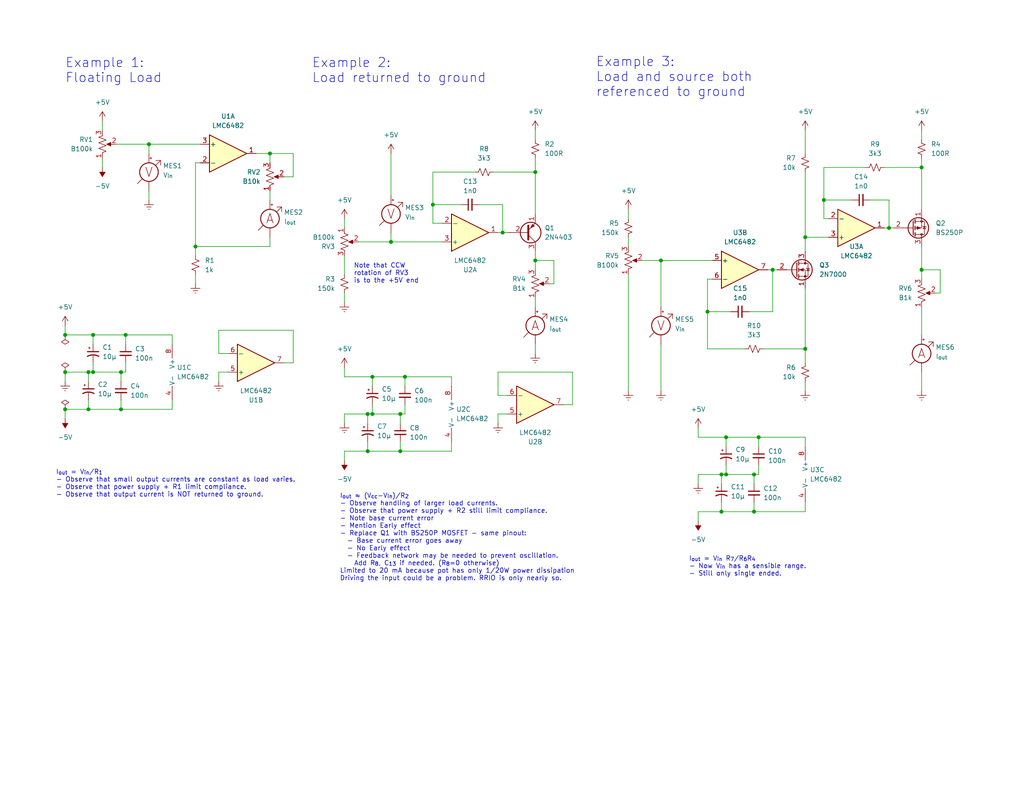
<source format=kicad_sch>
(kicad_sch (version 20230121) (generator eeschema)
  (paper "A")
  (title_block (title "Transconductance Amplifier Examples, part 1") (date "2026-02-16") (rev "E") (company "Kluidges from Kevin's Cave") (comment 1 "Episode 14 - Transcomductance Amplifiers 1") (comment 2 "Op-Amp Basics"))
  (lib_symbols
    (symbol "Amplifier_Operational:LMC6482" (pin_names (offset 0.127))
      (property "Reference" "U" (at 0 5.08 0))
      (property "Value" "LMC6482" (at 0 -5.08 0))
      (symbol "LMC6482_1_1"
        (polyline (pts (xy -5.08 5.08) (xy 5.08 0) (xy -5.08 -5.08) (xy -5.08 5.08)) (stroke (width 0.254)) (fill (type background)))
        (pin output line (at 7.62 0 180) (length 2.54) (name "~") (number "1"))
        (pin input line (at -7.62 -2.54 0) (length 2.54) (name "-") (number "2"))
        (pin input line (at -7.62 2.54 0) (length 2.54) (name "+") (number "3"))
      )
      (symbol "LMC6482_2_1"
        (polyline (pts (xy -5.08 5.08) (xy 5.08 0) (xy -5.08 -5.08) (xy -5.08 5.08)) (stroke (width 0.254)) (fill (type background)))
        (pin input line (at -7.62 2.54 0) (length 2.54) (name "+") (number "5"))
        (pin input line (at -7.62 -2.54 0) (length 2.54) (name "-") (number "6"))
        (pin output line (at 7.62 0 180) (length 2.54) (name "~") (number "7"))
      )
      (symbol "LMC6482_3_1"
        (pin power_in line (at -2.54 -7.62 90) (length 3.81) (name "V-") (number "4"))
        (pin power_in line (at -2.54 7.62 270) (length 3.81) (name "V+") (number "8"))
      )
    )
    (symbol "Device:Ammeter_DC" (pin_numbers hide) (pin_names (offset 0.0254) hide)
      (property "Reference" "MES" (at -3.302 1.016 0))
      (property "Value" "Ammeter_DC" (at -3.302 -0.762 0))
      (symbol "Ammeter_DC_0_0"
        (polyline (pts (xy -3.175 -3.175) (xy -1.905 -1.905)))
        (polyline (pts (xy 1.905 1.905) (xy 3.175 3.175)))
        (polyline (pts (xy 1.905 3.175) (xy 3.175 3.175) (xy 3.175 1.905)))
        (text "A" (at 0 0 0) (effects (font (size 2.54 2.54))))
      )
      (symbol "Ammeter_DC_0_1"
        (polyline (pts (xy 0.254 3.81) (xy 0.762 3.81)))
        (polyline (pts (xy 0.508 4.064) (xy 0.508 3.556)))
        (circle (center 0 0) (radius 2.54) (stroke (width 0.254)))
      )
      (symbol "Ammeter_DC_1_1"
        (pin passive line (at 0 -5.08 90) (length 2.54) (name "-") (number "1"))
        (pin passive line (at 0 5.08 270) (length 2.54) (name "+") (number "2"))
      )
    )
    (symbol "Device:C_Polarized_Small_US" (pin_numbers hide) (pin_names (offset 0.254) hide)
      (property "Reference" "C" (at 0.254 1.778 0))
      (property "Value" "C_Polarized_Small_US" (at 0.254 -2.032 0))
      (symbol "C_Polarized_Small_US_0_1"
        (polyline (pts (xy -1.524 0.508) (xy 1.524 0.508)) (stroke (width 0.3048)))
        (polyline (pts (xy -1.27 1.524) (xy -0.762 1.524)))
        (polyline (pts (xy -1.016 1.27) (xy -1.016 1.778)))
        (arc (start 1.524 -0.762) (mid 0 -0.3734) (end -1.524 -0.762) (stroke (width 0.3048)))
      )
      (symbol "C_Polarized_Small_US_1_1"
        (pin passive line (at 0 2.54 270) (length 2.032) (name "~") (number "1"))
        (pin passive line (at 0 -2.54 90) (length 2.032) (name "~") (number "2"))
      )
    )
    (symbol "Device:C_Small" (pin_numbers hide) (pin_names (offset 0.254) hide)
      (property "Reference" "C" (at 0.254 1.778 0))
      (property "Value" "C_Small" (at 0.254 -2.032 0))
      (symbol "C_Small_0_1"
        (polyline (pts (xy -1.524 -0.508) (xy 1.524 -0.508)) (stroke (width 0.3302)))
        (polyline (pts (xy -1.524 0.508) (xy 1.524 0.508)) (stroke (width 0.3048)))
      )
      (symbol "C_Small_1_1"
        (pin passive line (at 0 2.54 270) (length 2.032) (name "~") (number "1"))
        (pin passive line (at 0 -2.54 90) (length 2.032) (name "~") (number "2"))
      )
    )
    (symbol "Device:Q_PMOS_SGD" (pin_names (offset 0) hide)
      (property "Reference" "Q" (at 5.08 1.27 0))
      (property "Value" "Q_PMOS_SGD" (at 5.08 -1.27 0))
      (symbol "Q_PMOS_SGD_0_1"
        (polyline (pts (xy 0.254 0) (xy -2.54 0)))
        (polyline (pts (xy 0.254 1.905) (xy 0.254 -1.905)) (stroke (width 0.254)))
        (polyline (pts (xy 0.762 -1.27) (xy 0.762 -2.286)) (stroke (width 0.254)))
        (polyline (pts (xy 0.762 0.508) (xy 0.762 -0.508)) (stroke (width 0.254)))
        (polyline (pts (xy 0.762 2.286) (xy 0.762 1.27)) (stroke (width 0.254)))
        (polyline (pts (xy 2.54 2.54) (xy 2.54 1.778)))
        (polyline (pts (xy 2.54 -2.54) (xy 2.54 0) (xy 0.762 0)))
        (polyline (pts (xy 0.762 1.778) (xy 3.302 1.778) (xy 3.302 -1.778) (xy 0.762 -1.778)))
        (polyline (pts (xy 2.286 0) (xy 1.27 0.381) (xy 1.27 -0.381) (xy 2.286 0)) (fill (type outline)))
        (polyline (pts (xy 2.794 -0.508) (xy 2.921 -0.381) (xy 3.683 -0.381) (xy 3.81 -0.254)))
        (polyline (pts (xy 3.302 -0.381) (xy 2.921 0.254) (xy 3.683 0.254) (xy 3.302 -0.381)))
        (circle (center 1.651 0) (radius 2.794) (stroke (width 0.254)))
        (circle (center 2.54 -1.778) (radius 0.254) (fill (type outline)))
        (circle (center 2.54 1.778) (radius 0.254) (fill (type outline)))
      )
      (symbol "Q_PMOS_SGD_1_1"
        (pin passive line (at 2.54 -5.08 90) (length 2.54) (name "S") (number "1"))
        (pin input line (at -5.08 0 0) (length 2.54) (name "G") (number "2"))
        (pin passive line (at 2.54 5.08 270) (length 2.54) (name "D") (number "3"))
      )
    )
    (symbol "Device:Q_PNP_EBC" (pin_names (offset 0) hide)
      (property "Reference" "Q" (at 5.08 1.27 0))
      (property "Value" "Q_PNP_EBC" (at 5.08 -1.27 0))
      (symbol "Q_PNP_EBC_0_1"
        (polyline (pts (xy 0.635 0.635) (xy 2.54 2.54)))
        (polyline (pts (xy 0.635 -0.635) (xy 2.54 -2.54) (xy 2.54 -2.54)))
        (polyline (pts (xy 0.635 1.905) (xy 0.635 -1.905) (xy 0.635 -1.905)) (stroke (width 0.508)))
        (polyline (pts (xy 2.286 -1.778) (xy 1.778 -2.286) (xy 1.27 -1.27) (xy 2.286 -1.778) (xy 2.286 -1.778)) (fill (type outline)))
        (circle (center 1.27 0) (radius 2.8194) (stroke (width 0.254)))
      )
      (symbol "Q_PNP_EBC_1_1"
        (pin passive line (at 2.54 -5.08 90) (length 2.54) (name "E") (number "1"))
        (pin input line (at -5.08 0 0) (length 5.715) (name "B") (number "2"))
        (pin passive line (at 2.54 5.08 270) (length 2.54) (name "C") (number "3"))
      )
    )
    (symbol "Device:R_Potentiometer_US" (pin_names (offset 1.016) hide)
      (property "Reference" "RV" (at -4.445 0 90))
      (property "Value" "R_Potentiometer_US" (at -2.54 0 90))
      (symbol "R_Potentiometer_US_0_1"
        (polyline (pts (xy 0 -2.286) (xy 0 -2.54)))
        (polyline (pts (xy 0 2.54) (xy 0 2.286)))
        (polyline (pts (xy 2.54 0) (xy 1.524 0)))
        (polyline (pts (xy 1.143 0) (xy 2.286 0.508) (xy 2.286 -0.508) (xy 1.143 0)) (fill (type outline)))
        (polyline (pts (xy 0 -0.762) (xy 1.016 -1.143) (xy 0 -1.524) (xy -1.016 -1.905) (xy 0 -2.286)))
        (polyline (pts (xy 0 0.762) (xy 1.016 0.381) (xy 0 0) (xy -1.016 -0.381) (xy 0 -0.762)))
        (polyline (pts (xy 0 2.286) (xy 1.016 1.905) (xy 0 1.524) (xy -1.016 1.143) (xy 0 0.762)))
      )
      (symbol "R_Potentiometer_US_1_1"
        (pin passive line (at 0 3.81 270) (length 1.27) (name "1") (number "1"))
        (pin passive line (at 3.81 0 180) (length 1.27) (name "2") (number "2"))
        (pin passive line (at 0 -3.81 90) (length 1.27) (name "3") (number "3"))
      )
    )
    (symbol "Device:R_Small_US" (pin_numbers hide) (pin_names (offset 0.254) hide)
      (property "Reference" "R" (at 0.762 0.508 0))
      (property "Value" "R_Small_US" (at 0.762 -1.016 0))
      (symbol "R_Small_US_1_1"
        (polyline (pts (xy 0 0) (xy 1.016 -0.381) (xy 0 -0.762) (xy -1.016 -1.143) (xy 0 -1.524)))
        (polyline (pts (xy 0 1.524) (xy 1.016 1.143) (xy 0 0.762) (xy -1.016 0.381) (xy 0 0)))
        (pin passive line (at 0 2.54 270) (length 1.016) (name "~") (number "1"))
        (pin passive line (at 0 -2.54 90) (length 1.016) (name "~") (number "2"))
      )
    )
    (symbol "Device:Voltmeter_DC" (pin_numbers hide) (pin_names (offset 0.0254) hide)
      (property "Reference" "MES" (at -3.302 1.016 0))
      (property "Value" "Voltmeter_DC" (at -3.302 -0.762 0))
      (symbol "Voltmeter_DC_0_0"
        (polyline (pts (xy -3.175 -3.175) (xy -1.905 -1.905)))
        (polyline (pts (xy 1.905 1.905) (xy 3.175 3.175)))
        (polyline (pts (xy 1.905 3.175) (xy 3.175 3.175) (xy 3.175 1.905)))
        (text "V" (at 0 0 0) (effects (font (size 2.54 2.54))))
      )
      (symbol "Voltmeter_DC_0_1"
        (polyline (pts (xy 0.254 3.81) (xy 0.762 3.81)))
        (polyline (pts (xy 0.508 4.064) (xy 0.508 3.556)))
        (circle (center 0 0) (radius 2.54) (stroke (width 0.254)))
      )
      (symbol "Voltmeter_DC_1_1"
        (pin passive line (at 0 -5.08 90) (length 2.54) (name "-") (number "1"))
        (pin passive line (at 0 5.08 270) (length 2.54) (name "+") (number "2"))
      )
    )
    (symbol "Transistor_FET:2N7000" (pin_names hide)
      (property "Reference" "Q" (at 5.08 1.905 0))
      (property "Value" "2N7000" (at 5.08 0 0))
      (symbol "2N7000_0_1"
        (polyline (pts (xy 0.254 0) (xy -2.54 0)))
        (polyline (pts (xy 0.254 1.905) (xy 0.254 -1.905)) (stroke (width 0.254)))
        (polyline (pts (xy 0.762 -1.27) (xy 0.762 -2.286)) (stroke (width 0.254)))
        (polyline (pts (xy 0.762 0.508) (xy 0.762 -0.508)) (stroke (width 0.254)))
        (polyline (pts (xy 0.762 2.286) (xy 0.762 1.27)) (stroke (width 0.254)))
        (polyline (pts (xy 2.54 2.54) (xy 2.54 1.778)))
        (polyline (pts (xy 2.54 -2.54) (xy 2.54 0) (xy 0.762 0)))
        (polyline (pts (xy 0.762 -1.778) (xy 3.302 -1.778) (xy 3.302 1.778) (xy 0.762 1.778)))
        (polyline (pts (xy 1.016 0) (xy 2.032 0.381) (xy 2.032 -0.381) (xy 1.016 0)) (fill (type outline)))
        (polyline (pts (xy 2.794 0.508) (xy 2.921 0.381) (xy 3.683 0.381) (xy 3.81 0.254)))
        (polyline (pts (xy 3.302 0.381) (xy 2.921 -0.254) (xy 3.683 -0.254) (xy 3.302 0.381)))
        (circle (center 1.651 0) (radius 2.794) (stroke (width 0.254)))
        (circle (center 2.54 -1.778) (radius 0.254) (fill (type outline)))
        (circle (center 2.54 1.778) (radius 0.254) (fill (type outline)))
      )
      (symbol "2N7000_1_1"
        (pin passive line (at 2.54 -5.08 90) (length 2.54) (name "S") (number "1"))
        (pin input line (at -5.08 0 0) (length 2.54) (name "G") (number "2"))
        (pin passive line (at 2.54 5.08 270) (length 2.54) (name "D") (number "3"))
      )
    )
    (symbol "power:+5V" (power) (pin_names (offset 0))
      (property "Value" "+5V" (at 0 3.556 0))
      (symbol "+5V_0_1"
        (polyline (pts (xy -0.762 1.27) (xy 0 2.54)))
        (polyline (pts (xy 0 0) (xy 0 2.54)))
        (polyline (pts (xy 0 2.54) (xy 0.762 1.27)))
      )
      (symbol "+5V_1_1"
        (pin power_in line (at 0 0 90) (length 0) hide (name "+5V") (number "1"))
      )
    )
    (symbol "power:-5V" (power) (pin_names (offset 0))
      (property "Value" "-5V" (at 0 3.81 0))
      (symbol "-5V_0_0"
        (pin power_in line (at 0 0 90) (length 0) hide (name "-5V") (number "1"))
      )
      (symbol "-5V_0_1"
        (polyline (pts (xy 0 0) (xy 0 1.27) (xy 0.762 1.27) (xy 0 2.54) (xy -0.762 1.27) (xy 0 1.27)) (fill (type outline)))
      )
    )
    (symbol "power:Earth" (power) (pin_names (offset 0))
      (symbol "Earth_0_1"
        (polyline (pts (xy -0.635 -1.905) (xy 0.635 -1.905)))
        (polyline (pts (xy -0.127 -2.54) (xy 0.127 -2.54)))
        (polyline (pts (xy 0 -1.27) (xy 0 0)))
        (polyline (pts (xy 1.27 -1.27) (xy -1.27 -1.27)))
      )
      (symbol "Earth_1_1"
        (pin power_in line (at 0 0 270) (length 0) hide (name "Earth") (number "1"))
      )
    )
    (symbol "power:PWR_FLAG" (power) (pin_numbers hide) (pin_names (offset 0) hide)
      (property "Value" "PWR_FLAG" (at 0 3.81 0))
      (symbol "PWR_FLAG_0_0"
        (pin power_out line (at 0 0 90) (length 0) (name "pwr") (number "1"))
      )
      (symbol "PWR_FLAG_0_1"
        (polyline (pts (xy 0 0) (xy 0 1.27) (xy -1.016 1.905) (xy 0 2.54) (xy 1.016 1.905) (xy 0 1.27)))
      )
    )
  )
  (junction (at 33.02 101.6))
  (junction (at 100.33 123.19))
  (junction (at 205.74 139.7))
  (junction (at 118.11 55.88))
  (junction (at 17.78 101.6))
  (junction (at 251.46 73.66))
  (junction (at 109.22 113.03))
  (junction (at 101.6 102.87))
  (junction (at 198.12 129.54))
  (junction (at 196.85 129.54))
  (junction (at 180.34 71.12))
  (junction (at 146.05 46.99))
  (junction (at 205.74 129.54))
  (junction (at 53.34 67.31))
  (junction (at 251.46 45.72))
  (junction (at 196.85 139.7))
  (junction (at 219.71 95.25))
  (junction (at 198.12 119.38))
  (junction (at 24.13 101.6))
  (junction (at 73.66 41.91))
  (junction (at 24.13 111.76))
  (junction (at 33.02 111.76))
  (junction (at 193.04 85.09))
  (junction (at 17.78 111.76))
  (junction (at 110.49 102.87))
  (junction (at 109.22 123.19))
  (junction (at 106.68 66.04))
  (junction (at 25.4 101.6))
  (junction (at 146.05 71.12))
  (junction (at 40.64 39.37))
  (junction (at 100.33 113.03))
  (junction (at 137.16 63.5))
  (junction (at 101.6 113.03))
  (junction (at 210.82 73.66))
  (junction (at 224.79 54.61))
  (junction (at 17.78 91.44))
  (junction (at 34.29 91.44))
  (junction (at 242.57 62.23))
  (junction (at 25.4 91.44))
  (junction (at 219.71 64.77))
  (junction (at 207.01 119.38))
  (wire (pts (xy 224.79 59.69) (xy 224.79 54.61)))
  (wire (pts (xy 251.46 43.18) (xy 251.46 45.72)))
  (wire (pts (xy 101.6 113.03) (xy 100.33 113.03)))
  (wire (pts (xy 138.43 107.95) (xy 135.89 107.95)))
  (wire (pts (xy 138.43 113.03) (xy 135.89 113.03)))
  (wire (pts (xy 224.79 54.61) (xy 224.79 45.72)))
  (wire (pts (xy 241.3 45.72) (xy 251.46 45.72)))
  (wire (pts (xy 180.34 71.12) (xy 194.31 71.12)))
  (wire (pts (xy 123.19 120.65) (xy 123.19 123.19)))
  (wire (pts (xy 93.98 113.03) (xy 100.33 113.03)))
  (wire (pts (xy 135.89 63.5) (xy 137.16 63.5)))
  (wire (pts (xy 46.99 91.44) (xy 34.29 91.44)))
  (wire (pts (xy 46.99 93.98) (xy 46.99 91.44)))
  (wire (pts (xy 109.22 115.57) (xy 109.22 113.03)))
  (wire (pts (xy 210.82 73.66) (xy 212.09 73.66)))
  (wire (pts (xy 208.28 95.25) (xy 219.71 95.25)))
  (wire (pts (xy 93.98 80.01) (xy 93.98 82.55)))
  (wire (pts (xy 73.66 52.07) (xy 73.66 54.61)))
  (wire (pts (xy 53.34 44.45) (xy 54.61 44.45)))
  (wire (pts (xy 34.29 101.6) (xy 33.02 101.6)))
  (wire (pts (xy 190.5 132.08) (xy 190.5 129.54)))
  (wire (pts (xy 146.05 46.99) (xy 146.05 58.42)))
  (wire (pts (xy 101.6 110.49) (xy 101.6 113.03)))
  (wire (pts (xy 73.66 41.91) (xy 73.66 44.45)))
  (wire (pts (xy 207.01 127) (xy 207.01 129.54)))
  (wire (pts (xy 93.98 59.69) (xy 93.98 62.23)))
  (wire (pts (xy 118.11 60.96) (xy 118.11 55.88)))
  (wire (pts (xy 219.71 78.74) (xy 219.71 95.25)))
  (wire (pts (xy 219.71 104.14) (xy 219.71 106.68)))
  (wire (pts (xy 190.5 116.84) (xy 190.5 119.38)))
  (wire (pts (xy 59.69 101.6) (xy 59.69 104.14)))
  (wire (pts (xy 110.49 102.87) (xy 101.6 102.87)))
  (wire (pts (xy 256.54 80.01) (xy 256.54 73.66)))
  (wire (pts (xy 251.46 101.6) (xy 251.46 106.68)))
  (wire (pts (xy 196.85 137.16) (xy 196.85 139.7)))
  (wire (pts (xy 17.78 104.14) (xy 17.78 101.6)))
  (wire (pts (xy 190.5 119.38) (xy 198.12 119.38)))
  (wire (pts (xy 255.27 80.01) (xy 256.54 80.01)))
  (wire (pts (xy 17.78 111.76) (xy 24.13 111.76)))
  (wire (pts (xy 251.46 73.66) (xy 251.46 76.2)))
  (wire (pts (xy 109.22 123.19) (xy 100.33 123.19)))
  (wire (pts (xy 204.47 85.09) (xy 210.82 85.09)))
  (wire (pts (xy 198.12 127) (xy 198.12 129.54)))
  (wire (pts (xy 40.64 39.37) (xy 40.64 41.91)))
  (wire (pts (xy 146.05 35.56) (xy 146.05 38.1)))
  (wire (pts (xy 134.62 46.99) (xy 146.05 46.99)))
  (wire (pts (xy 53.34 74.93) (xy 53.34 77.47)))
  (wire (pts (xy 193.04 95.25) (xy 203.2 95.25)))
  (wire (pts (xy 251.46 83.82) (xy 251.46 91.44)))
  (wire (pts (xy 46.99 109.22) (xy 46.99 111.76)))
  (wire (pts (xy 207.01 129.54) (xy 205.74 129.54)))
  (wire (pts (xy 59.69 90.17) (xy 80.01 90.17)))
  (wire (pts (xy 62.23 96.52) (xy 59.69 96.52)))
  (wire (pts (xy 196.85 129.54) (xy 196.85 132.08)))
  (wire (pts (xy 219.71 119.38) (xy 207.01 119.38)))
  (wire (pts (xy 190.5 129.54) (xy 196.85 129.54)))
  (wire (pts (xy 40.64 39.37) (xy 54.61 39.37)))
  (wire (pts (xy 219.71 121.92) (xy 219.71 119.38)))
  (wire (pts (xy 93.98 123.19) (xy 100.33 123.19)))
  (wire (pts (xy 33.02 101.6) (xy 25.4 101.6)))
  (wire (pts (xy 118.11 55.88) (xy 118.11 46.99)))
  (wire (pts (xy 135.89 113.03) (xy 135.89 115.57)))
  (wire (pts (xy 123.19 102.87) (xy 110.49 102.87)))
  (wire (pts (xy 17.78 114.3) (xy 17.78 111.76)))
  (wire (pts (xy 62.23 101.6) (xy 59.69 101.6)))
  (wire (pts (xy 210.82 85.09) (xy 210.82 73.66)))
  (wire (pts (xy 135.89 107.95) (xy 135.89 101.6)))
  (wire (pts (xy 100.33 113.03) (xy 100.33 115.57)))
  (wire (pts (xy 146.05 93.98) (xy 146.05 96.52)))
  (wire (pts (xy 34.29 91.44) (xy 25.4 91.44)))
  (wire (pts (xy 149.86 77.47) (xy 151.13 77.47)))
  (wire (pts (xy 25.4 99.06) (xy 25.4 101.6)))
  (wire (pts (xy 137.16 63.5) (xy 138.43 63.5)))
  (wire (pts (xy 251.46 73.66) (xy 256.54 73.66)))
  (wire (pts (xy 193.04 85.09) (xy 199.39 85.09)))
  (wire (pts (xy 80.01 99.06) (xy 77.47 99.06)))
  (wire (pts (xy 123.19 123.19) (xy 109.22 123.19)))
  (wire (pts (xy 24.13 109.22) (xy 24.13 111.76)))
  (wire (pts (xy 106.68 63.5) (xy 106.68 66.04)))
  (wire (pts (xy 93.98 100.33) (xy 93.98 102.87)))
  (wire (pts (xy 17.78 88.9) (xy 17.78 91.44)))
  (wire (pts (xy 46.99 111.76) (xy 33.02 111.76)))
  (wire (pts (xy 209.55 73.66) (xy 210.82 73.66)))
  (wire (pts (xy 137.16 55.88) (xy 137.16 63.5)))
  (wire (pts (xy 224.79 54.61) (xy 232.41 54.61)))
  (wire (pts (xy 219.71 139.7) (xy 205.74 139.7)))
  (wire (pts (xy 219.71 64.77) (xy 226.06 64.77)))
  (wire (pts (xy 69.85 41.91) (xy 73.66 41.91)))
  (wire (pts (xy 146.05 81.28) (xy 146.05 83.82)))
  (wire (pts (xy 106.68 66.04) (xy 120.65 66.04)))
  (wire (pts (xy 93.98 69.85) (xy 93.98 74.93)))
  (wire (pts (xy 53.34 67.31) (xy 53.34 69.85)))
  (wire (pts (xy 175.26 71.12) (xy 180.34 71.12)))
  (wire (pts (xy 33.02 104.14) (xy 33.02 101.6)))
  (wire (pts (xy 27.94 33.02) (xy 27.94 35.56)))
  (wire (pts (xy 146.05 43.18) (xy 146.05 46.99)))
  (wire (pts (xy 17.78 91.44) (xy 25.4 91.44)))
  (wire (pts (xy 241.3 62.23) (xy 242.57 62.23)))
  (wire (pts (xy 97.79 66.04) (xy 106.68 66.04)))
  (wire (pts (xy 251.46 67.31) (xy 251.46 73.66)))
  (wire (pts (xy 93.98 125.73) (xy 93.98 123.19)))
  (wire (pts (xy 219.71 137.16) (xy 219.71 139.7)))
  (wire (pts (xy 80.01 41.91) (xy 73.66 41.91)))
  (wire (pts (xy 17.78 101.6) (xy 24.13 101.6)))
  (wire (pts (xy 118.11 60.96) (xy 120.65 60.96)))
  (wire (pts (xy 93.98 115.57) (xy 93.98 113.03)))
  (wire (pts (xy 171.45 74.93) (xy 171.45 106.68)))
  (wire (pts (xy 53.34 44.45) (xy 53.34 67.31)))
  (wire (pts (xy 219.71 46.99) (xy 219.71 64.77)))
  (wire (pts (xy 106.68 41.91) (xy 106.68 53.34)))
  (wire (pts (xy 118.11 55.88) (xy 125.73 55.88)))
  (wire (pts (xy 34.29 93.98) (xy 34.29 91.44)))
  (wire (pts (xy 171.45 64.77) (xy 171.45 67.31)))
  (wire (pts (xy 110.49 110.49) (xy 110.49 113.03)))
  (wire (pts (xy 34.29 99.06) (xy 34.29 101.6)))
  (wire (pts (xy 110.49 105.41) (xy 110.49 102.87)))
  (wire (pts (xy 190.5 139.7) (xy 196.85 139.7)))
  (wire (pts (xy 180.34 93.98) (xy 180.34 106.68)))
  (wire (pts (xy 193.04 85.09) (xy 193.04 95.25)))
  (wire (pts (xy 193.04 76.2) (xy 193.04 85.09)))
  (wire (pts (xy 110.49 113.03) (xy 109.22 113.03)))
  (wire (pts (xy 224.79 59.69) (xy 226.06 59.69)))
  (wire (pts (xy 180.34 71.12) (xy 180.34 83.82)))
  (wire (pts (xy 33.02 109.22) (xy 33.02 111.76)))
  (wire (pts (xy 130.81 55.88) (xy 137.16 55.88)))
  (wire (pts (xy 242.57 62.23) (xy 243.84 62.23)))
  (wire (pts (xy 251.46 35.56) (xy 251.46 38.1)))
  (wire (pts (xy 31.75 39.37) (xy 40.64 39.37)))
  (wire (pts (xy 146.05 71.12) (xy 146.05 73.66)))
  (wire (pts (xy 219.71 95.25) (xy 219.71 99.06)))
  (wire (pts (xy 242.57 54.61) (xy 242.57 62.23)))
  (wire (pts (xy 25.4 101.6) (xy 24.13 101.6)))
  (wire (pts (xy 251.46 45.72) (xy 251.46 57.15)))
  (wire (pts (xy 151.13 71.12) (xy 146.05 71.12)))
  (wire (pts (xy 205.74 132.08) (xy 205.74 129.54)))
  (wire (pts (xy 109.22 120.65) (xy 109.22 123.19)))
  (wire (pts (xy 146.05 68.58) (xy 146.05 71.12)))
  (wire (pts (xy 171.45 57.15) (xy 171.45 59.69)))
  (wire (pts (xy 80.01 90.17) (xy 80.01 99.06)))
  (wire (pts (xy 198.12 129.54) (xy 196.85 129.54)))
  (wire (pts (xy 207.01 119.38) (xy 198.12 119.38)))
  (wire (pts (xy 80.01 48.26) (xy 80.01 41.91)))
  (wire (pts (xy 237.49 54.61) (xy 242.57 54.61)))
  (wire (pts (xy 205.74 139.7) (xy 196.85 139.7)))
  (wire (pts (xy 93.98 102.87) (xy 101.6 102.87)))
  (wire (pts (xy 205.74 129.54) (xy 198.12 129.54)))
  (wire (pts (xy 219.71 35.56) (xy 219.71 41.91)))
  (wire (pts (xy 118.11 46.99) (xy 129.54 46.99)))
  (wire (pts (xy 73.66 67.31) (xy 53.34 67.31)))
  (wire (pts (xy 100.33 120.65) (xy 100.33 123.19)))
  (wire (pts (xy 25.4 91.44) (xy 25.4 93.98)))
  (wire (pts (xy 207.01 121.92) (xy 207.01 119.38)))
  (wire (pts (xy 24.13 101.6) (xy 24.13 104.14)))
  (wire (pts (xy 135.89 101.6) (xy 156.21 101.6)))
  (wire (pts (xy 77.47 48.26) (xy 80.01 48.26)))
  (wire (pts (xy 123.19 105.41) (xy 123.19 102.87)))
  (wire (pts (xy 101.6 102.87) (xy 101.6 105.41)))
  (wire (pts (xy 219.71 68.58) (xy 219.71 64.77)))
  (wire (pts (xy 194.31 76.2) (xy 193.04 76.2)))
  (wire (pts (xy 224.79 45.72) (xy 236.22 45.72)))
  (wire (pts (xy 151.13 71.12) (xy 151.13 77.47)))
  (wire (pts (xy 27.94 43.18) (xy 27.94 45.72)))
  (wire (pts (xy 40.64 52.07) (xy 40.64 54.61)))
  (wire (pts (xy 73.66 64.77) (xy 73.66 67.31)))
  (wire (pts (xy 190.5 142.24) (xy 190.5 139.7)))
  (wire (pts (xy 59.69 96.52) (xy 59.69 90.17)))
  (wire (pts (xy 109.22 113.03) (xy 101.6 113.03)))
  (wire (pts (xy 156.21 110.49) (xy 153.67 110.49)))
  (wire (pts (xy 156.21 101.6) (xy 156.21 110.49)))
  (wire (pts (xy 33.02 111.76) (xy 24.13 111.76)))
  (wire (pts (xy 198.12 119.38) (xy 198.12 121.92)))
  (wire (pts (xy 205.74 137.16) (xy 205.74 139.7)))
  (text "I_{out} ≈ (V_{cc}-V_{in})/R_{2}\n- Observe handling of larger load currents.\n- Observe that power supply + R2 still limit compliance.\n- Note base current error\n- Mention Early effect\n- Replace Q1 with BS250P MOSFET - same pinout:\n  - Base current error goes away\n  - No Early effect\n  - Feedback network may be needed to prevent oscillation.\n    Add R_{8}, C_{13} if needed. (R_{8}=0 otherwise)\nLimited to 20 mA because pot has only 1/20W power dissipation\nDriving the input could be a problem. RRIO is only nearly so." (at 92.71 158.75 0) (effects (font (size 1.27 1.27)) (justify left bottom)))
  (text "Note that CCW\nrotation of RV3\nis to the +5V end" (at 96.52 77.47 0) (effects (font (size 1.27 1.27)) (justify left bottom)))
  (text "I_{out} = V_{in}/R_{1}\n- Observe that small output currents are constant as load varies.\n- Observe that power supply + R1 limit compliance.\n- Observe that output current is NOT returned to ground." (at 15.24 135.89 0) (effects (font (size 1.27 1.27)) (justify left bottom)))
  (text "Example 1:\nFloating Load" (at 17.78 22.86 0) (effects (font (size 2.54 2.54)) (justify left bottom)))
  (text "I_{out} = V_{in} R_{7}/R_{6}R_{4}\n- Now V_{in} has a sensible range.\n- Still only single ended." (at 187.96 157.48 0) (effects (font (size 1.27 1.27)) (justify left bottom)))
  (text "Example 2:\nLoad returned to ground" (at 85.09 22.86 0) (effects (font (size 2.54 2.54)) (justify left bottom)))
  (text "Example 3:\nLoad and source both\nreferenced to ground" (at 162.56 26.67 0) (effects (font (size 2.54 2.54)) (justify left bottom)))
  (symbol (lib_id "Device:R_Small_US") (at 238.76 45.72 90) (unit 1)
    (property "Reference" "R9" (at 238.76 39.37 90))
    (property "Value" "3k3" (at 238.76 41.91 90))
  )
  (symbol (lib_id "Device:Voltmeter_DC") (at 180.34 88.9 0) (unit 1)
    (property "Reference" "MES5" (at 184.15 87.1855 0) (effects (justify left)))
    (property "Value" "V_{in}" (at 184.15 89.7255 0) (effects (justify left)))
  )
  (symbol (lib_id "power:Earth") (at 251.46 106.68 0) (unit 1)
    (property "Reference" "#PWR022" (effects hide))
    (property "Value" "Earth" (effects hide))
  )
  (symbol (lib_id "Device:R_Potentiometer_US") (at 251.46 80.01 0) (mirror x) (unit 1)
    (property "Reference" "RV6" (at 248.92 78.74 0) (effects (justify right)))
    (property "Value" "B1k" (at 248.92 81.28 0) (effects (justify right)))
  )
  (symbol (lib_id "power:Earth") (at 190.5 132.08 0) (unit 1)
    (property "Reference" "#PWR024" (effects hide))
    (property "Value" "Earth" (effects hide))
  )
  (symbol (lib_id "Amplifier_Operational:LMC6482") (at 62.23 41.91 0) (unit 1)
    (property "Reference" "U1" (at 62.23 31.75 0))
    (property "Value" "LMC6482" (at 62.23 34.29 0))
    (property "Datasheet" "http://www.ti.com/lit/ds/symlink/lmc6482.pdf" (effects hide))
  )
  (symbol (lib_id "power:+5V") (at 251.46 35.56 0) (unit 1)
    (property "Reference" "#PWR018" (effects hide))
    (property "Value" "+5V" (at 251.46 30.48 0))
  )
  (symbol (lib_id "Device:Ammeter_DC") (at 146.05 88.9 0) (unit 1)
    (property "Reference" "MES4" (at 149.86 87.1855 0) (effects (justify left)))
    (property "Value" "I_{out}" (at 149.86 89.7255 0) (effects (justify left)))
  )
  (symbol (lib_id "Amplifier_Operational:LMC6482") (at 233.68 62.23 0) (mirror x) (unit 1)
    (property "Reference" "U3" (at 233.68 67.31 0))
    (property "Value" "LMC6482" (at 233.68 69.85 0))
    (property "Datasheet" "http://www.ti.com/lit/ds/symlink/lmc6482.pdf" (effects hide))
  )
  (symbol (lib_id "Device:R_Small_US") (at 171.45 62.23 0) (mirror y) (unit 1)
    (property "Reference" "R5" (at 168.91 60.96 0) (effects (justify left)))
    (property "Value" "150k" (at 168.91 63.5 0) (effects (justify left)))
  )
  (symbol (lib_id "power:+5V") (at 190.5 116.84 0) (unit 1)
    (property "Reference" "#PWR023" (effects hide))
    (property "Value" "+5V" (at 190.5 111.76 0))
  )
  (symbol (lib_id "power:+5V") (at 93.98 59.69 0) (unit 1)
    (property "Reference" "#PWR09" (effects hide))
    (property "Value" "+5V" (at 93.98 54.61 0))
  )
  (symbol (lib_id "power:Earth") (at 146.05 96.52 0) (unit 1)
    (property "Reference" "#PWR012" (effects hide))
    (property "Value" "Earth" (effects hide))
  )
  (symbol (lib_id "power:Earth") (at 53.34 77.47 0) (unit 1)
    (property "Reference" "#PWR03" (effects hide))
    (property "Value" "Earth" (effects hide))
  )
  (symbol (lib_id "Device:C_Small") (at 33.02 106.68 0) (unit 1)
    (property "Reference" "C4" (at 35.56 105.4163 0) (effects (justify left)))
    (property "Value" "100n" (at 35.56 107.9563 0) (effects (justify left)))
  )
  (symbol (lib_id "Device:R_Potentiometer_US") (at 27.94 39.37 0) (mirror x) (unit 1)
    (property "Reference" "RV1" (at 25.4 38.1 0) (effects (justify right)))
    (property "Value" "B100k" (at 25.4 40.64 0) (effects (justify right)))
  )
  (symbol (lib_id "Device:Voltmeter_DC") (at 40.64 46.99 0) (unit 1)
    (property "Reference" "MES1" (at 44.45 45.2755 0) (effects (justify left)))
    (property "Value" "V_{in}" (at 44.45 47.8155 0) (effects (justify left)))
  )
  (symbol (lib_id "power:-5V") (at 17.78 114.3 0) (mirror x) (unit 1)
    (property "Reference" "#PWR06" (effects hide))
    (property "Value" "-5V" (at 17.78 119.38 0))
  )
  (symbol (lib_id "power:-5V") (at 27.94 45.72 0) (mirror x) (unit 1)
    (property "Reference" "#PWR02" (effects hide))
    (property "Value" "-5V" (at 27.94 50.8 0))
  )
  (symbol (lib_id "Device:C_Small") (at 128.27 55.88 90) (unit 1)
    (property "Reference" "C13" (at 128.2763 49.53 90))
    (property "Value" "1n0" (at 128.2763 52.07 90))
  )
  (symbol (lib_id "Amplifier_Operational:LMC6482") (at 146.05 110.49 0) (mirror x) (unit 2)
    (property "Reference" "U2" (at 146.05 120.65 0))
    (property "Value" "LMC6482" (at 146.05 118.11 0))
    (property "Datasheet" "http://www.ti.com/lit/ds/symlink/lmc6482.pdf" (effects hide))
  )
  (symbol (lib_id "power:PWR_FLAG") (at 17.78 101.6 0) (unit 1)
    (property "Reference" "#FLG02" (effects hide))
    (property "Value" "PWR_FLAG" (effects hide))
  )
  (symbol (lib_id "Amplifier_Operational:LMC6482") (at 222.25 129.54 0) (unit 3)
    (property "Reference" "U3" (at 220.98 128.27 0) (effects (justify left)))
    (property "Value" "LMC6482" (at 220.98 130.81 0) (effects (justify left)))
    (property "Datasheet" "http://www.ti.com/lit/ds/symlink/lmc6482.pdf" (effects hide))
  )
  (symbol (lib_id "power:Earth") (at 135.89 115.57 0) (unit 1)
    (property "Reference" "#PWR015" (effects hide))
    (property "Value" "Earth" (effects hide))
  )
  (symbol (lib_id "power:Earth") (at 180.34 106.68 0) (unit 1)
    (property "Reference" "#PWR027" (effects hide))
    (property "Value" "Earth" (effects hide))
  )
  (symbol (lib_id "power:Earth") (at 93.98 115.57 0) (unit 1)
    (property "Reference" "#PWR014" (effects hide))
    (property "Value" "Earth" (effects hide))
  )
  (symbol (lib_id "power:Earth") (at 40.64 54.61 0) (unit 1)
    (property "Reference" "#PWR08" (effects hide))
    (property "Value" "Earth" (effects hide))
  )
  (symbol (lib_id "Device:R_Potentiometer_US") (at 171.45 71.12 0) (mirror x) (unit 1)
    (property "Reference" "RV5" (at 168.91 69.85 0) (effects (justify right)))
    (property "Value" "B100k" (at 168.91 72.39 0) (effects (justify right)))
  )
  (symbol (lib_id "Device:C_Polarized_Small_US") (at 196.85 134.62 0) (unit 1)
    (property "Reference" "C11" (at 199.39 132.9182 0) (effects (justify left)))
    (property "Value" "10µ" (at 199.39 135.4582 0) (effects (justify left)))
  )
  (symbol (lib_id "power:Earth") (at 93.98 82.55 0) (unit 1)
    (property "Reference" "#PWR010" (effects hide))
    (property "Value" "Earth" (effects hide))
  )
  (symbol (lib_id "Device:R_Small_US") (at 251.46 40.64 0) (unit 1)
    (property "Reference" "R4" (at 254 39.37 0) (effects (justify left)))
    (property "Value" "100R" (at 254 41.91 0) (effects (justify left)))
  )
  (symbol (lib_id "power:+5V") (at 171.45 57.15 0) (unit 1)
    (property "Reference" "#PWR020" (effects hide))
    (property "Value" "+5V" (at 171.45 52.07 0))
  )
  (symbol (lib_id "Device:R_Small_US") (at 53.34 72.39 0) (unit 1)
    (property "Reference" "R1" (at 55.88 71.12 0) (effects (justify left)))
    (property "Value" "1k" (at 55.88 73.66 0) (effects (justify left)))
  )
  (symbol (lib_id "power:Earth") (at 59.69 104.14 0) (unit 1)
    (property "Reference" "#PWR04" (effects hide))
    (property "Value" "Earth" (effects hide))
  )
  (symbol (lib_id "Transistor_FET:2N7000") (at 217.17 73.66 0) (unit 1)
    (property "Reference" "Q3" (at 223.52 72.39 0) (effects (justify left)))
    (property "Value" "2N7000" (at 223.52 74.93 0) (effects (justify left)))
    (property "Footprint" "Package_TO_SOT_THT:TO-92_Inline" (effects hide))
    (property "Datasheet" "https://www.vishay.com/docs/70226/70226.pdf" (effects hide))
  )
  (symbol (lib_id "Device:R_Potentiometer_US") (at 73.66 48.26 0) (mirror x) (unit 1)
    (property "Reference" "RV2" (at 71.12 46.99 0) (effects (justify right)))
    (property "Value" "B10k" (at 71.12 49.53 0) (effects (justify right)))
  )
  (symbol (lib_id "Device:R_Small_US") (at 93.98 77.47 0) (mirror y) (unit 1)
    (property "Reference" "R3" (at 91.44 76.2 0) (effects (justify left)))
    (property "Value" "150k" (at 91.44 78.74 0) (effects (justify left)))
  )
  (symbol (lib_id "Amplifier_Operational:LMC6482") (at 69.85 99.06 0) (mirror x) (unit 2)
    (property "Reference" "U1" (at 69.85 109.22 0))
    (property "Value" "LMC6482" (at 69.85 106.68 0))
    (property "Datasheet" "http://www.ti.com/lit/ds/symlink/lmc6482.pdf" (effects hide))
  )
  (symbol (lib_id "Device:C_Polarized_Small_US") (at 101.6 107.95 0) (unit 1)
    (property "Reference" "C5" (at 104.14 106.2482 0) (effects (justify left)))
    (property "Value" "10µ" (at 104.14 108.7882 0) (effects (justify left)))
  )
  (symbol (lib_id "Device:R_Potentiometer_US") (at 146.05 77.47 0) (mirror x) (unit 1)
    (property "Reference" "RV4" (at 143.51 76.2 0) (effects (justify right)))
    (property "Value" "B1k" (at 143.51 78.74 0) (effects (justify right)))
  )
  (symbol (lib_id "Amplifier_Operational:LMC6482") (at 128.27 63.5 0) (mirror x) (unit 1)
    (property "Reference" "U2" (at 128.27 73.66 0))
    (property "Value" "LMC6482" (at 128.27 71.12 0))
    (property "Datasheet" "http://www.ti.com/lit/ds/symlink/lmc6482.pdf" (effects hide))
  )
  (symbol (lib_id "Device:Ammeter_DC") (at 73.66 59.69 0) (unit 1)
    (property "Reference" "MES2" (at 77.47 57.9755 0) (effects (justify left)))
    (property "Value" "I_{out}" (at 77.47 60.5155 0) (effects (justify left)))
  )
  (symbol (lib_id "Device:R_Small_US") (at 219.71 44.45 0) (mirror y) (unit 1)
    (property "Reference" "R7" (at 217.17 43.18 0) (effects (justify left)))
    (property "Value" "10k" (at 217.17 45.72 0) (effects (justify left)))
  )
  (symbol (lib_id "power:+5V") (at 17.78 88.9 0) (unit 1)
    (property "Reference" "#PWR05" (effects hide))
    (property "Value" "+5V" (at 17.78 83.82 0))
  )
  (symbol (lib_id "Amplifier_Operational:LMC6482") (at 49.53 101.6 0) (unit 3)
    (property "Reference" "U1" (at 48.26 100.33 0) (effects (justify left)))
    (property "Value" "LMC6482" (at 48.26 102.87 0) (effects (justify left)))
    (property "Datasheet" "http://www.ti.com/lit/ds/symlink/lmc6482.pdf" (effects hide))
  )
  (symbol (lib_id "power:+5V") (at 219.71 35.56 0) (unit 1)
    (property "Reference" "#PWR028" (effects hide))
    (property "Value" "+5V" (at 219.71 30.48 0))
  )
  (symbol (lib_id "Device:C_Polarized_Small_US") (at 25.4 96.52 0) (unit 1)
    (property "Reference" "C1" (at 27.94 94.8182 0) (effects (justify left)))
    (property "Value" "10µ" (at 27.94 97.3582 0) (effects (justify left)))
  )
  (symbol (lib_id "Device:R_Small_US") (at 132.08 46.99 90) (unit 1)
    (property "Reference" "R8" (at 132.08 40.64 90))
    (property "Value" "3k3" (at 132.08 43.18 90))
  )
  (symbol (lib_id "power:+5V") (at 93.98 100.33 0) (unit 1)
    (property "Reference" "#PWR013" (effects hide))
    (property "Value" "+5V" (at 93.98 95.25 0))
  )
  (symbol (lib_id "power:+5V") (at 27.94 33.02 0) (unit 1)
    (property "Reference" "#PWR01" (effects hide))
    (property "Value" "+5V" (at 27.94 27.94 0))
  )
  (symbol (lib_id "Device:C_Small") (at 109.22 118.11 0) (unit 1)
    (property "Reference" "C8" (at 111.76 116.8463 0) (effects (justify left)))
    (property "Value" "100n" (at 111.76 119.3863 0) (effects (justify left)))
  )
  (symbol (lib_id "Device:Q_PMOS_SGD") (at 248.92 62.23 0) (mirror x) (unit 1)
    (property "Reference" "Q2" (at 255.27 60.96 0) (effects (justify left)))
    (property "Value" "BS250P" (at 255.27 63.5 0) (effects (justify left)))
  )
  (symbol (lib_id "Device:C_Polarized_Small_US") (at 198.12 124.46 0) (unit 1)
    (property "Reference" "C9" (at 200.66 122.7582 0) (effects (justify left)))
    (property "Value" "10µ" (at 200.66 125.2982 0) (effects (justify left)))
  )
  (symbol (lib_id "Device:R_Small_US") (at 146.05 40.64 0) (unit 1)
    (property "Reference" "R2" (at 148.59 39.37 0) (effects (justify left)))
    (property "Value" "100R" (at 148.59 41.91 0) (effects (justify left)))
  )
  (symbol (lib_id "power:PWR_FLAG") (at 17.78 91.44 0) (mirror x) (unit 1)
    (property "Reference" "#FLG03" (effects hide))
    (property "Value" "PWR_FLAG" (effects hide))
  )
  (symbol (lib_id "power:+5V") (at 106.68 41.91 0) (unit 1)
    (property "Reference" "#PWR011" (effects hide))
    (property "Value" "+5V" (at 106.68 36.83 0))
  )
  (symbol (lib_id "Device:C_Small") (at 234.95 54.61 90) (unit 1)
    (property "Reference" "C14" (at 234.9563 48.26 90))
    (property "Value" "1n0" (at 234.9563 50.8 90))
  )
  (symbol (lib_id "power:Earth") (at 171.45 106.68 0) (unit 1)
    (property "Reference" "#PWR021" (effects hide))
    (property "Value" "Earth" (effects hide))
  )
  (symbol (lib_id "power:Earth") (at 219.71 106.68 0) (unit 1)
    (property "Reference" "#PWR019" (effects hide))
    (property "Value" "Earth" (effects hide))
  )
  (symbol (lib_id "Device:C_Small") (at 207.01 124.46 0) (unit 1)
    (property "Reference" "C10" (at 209.55 123.1963 0) (effects (justify left)))
    (property "Value" "100n" (at 209.55 125.7363 0) (effects (justify left)))
  )
  (symbol (lib_id "Device:R_Small_US") (at 205.74 95.25 90) (unit 1)
    (property "Reference" "R10" (at 205.74 88.9 90))
    (property "Value" "3k3" (at 205.74 91.44 90))
  )
  (symbol (lib_id "Device:C_Small") (at 34.29 96.52 0) (unit 1)
    (property "Reference" "C3" (at 36.83 95.2563 0) (effects (justify left)))
    (property "Value" "100n" (at 36.83 97.7963 0) (effects (justify left)))
  )
  (symbol (lib_id "Device:C_Polarized_Small_US") (at 100.33 118.11 0) (unit 1)
    (property "Reference" "C7" (at 102.87 116.4082 0) (effects (justify left)))
    (property "Value" "10µ" (at 102.87 118.9482 0) (effects (justify left)))
  )
  (symbol (lib_id "power:-5V") (at 190.5 142.24 0) (mirror x) (unit 1)
    (property "Reference" "#PWR026" (effects hide))
    (property "Value" "-5V" (at 190.5 147.32 0))
  )
  (symbol (lib_id "Device:Ammeter_DC") (at 251.46 96.52 0) (unit 1)
    (property "Reference" "MES6" (at 255.27 94.8055 0) (effects (justify left)))
    (property "Value" "I_{out}" (at 255.27 97.3455 0) (effects (justify left)))
  )
  (symbol (lib_id "Device:C_Small") (at 201.93 85.09 90) (unit 1)
    (property "Reference" "C15" (at 201.9363 78.74 90))
    (property "Value" "1n0" (at 201.9363 81.28 90))
  )
  (symbol (lib_id "Amplifier_Operational:LMC6482") (at 201.93 73.66 0) (unit 2)
    (property "Reference" "U3" (at 201.93 63.5 0))
    (property "Value" "LMC6482" (at 201.93 66.04 0))
    (property "Datasheet" "http://www.ti.com/lit/ds/symlink/lmc6482.pdf" (effects hide))
  )
  (symbol (lib_id "Amplifier_Operational:LMC6482") (at 125.73 113.03 0) (unit 3)
    (property "Reference" "U2" (at 124.46 111.76 0) (effects (justify left)))
    (property "Value" "LMC6482" (at 124.46 114.3 0) (effects (justify left)))
    (property "Datasheet" "http://www.ti.com/lit/ds/symlink/lmc6482.pdf" (effects hide))
  )
  (symbol (lib_id "Device:Q_PNP_EBC") (at 143.51 63.5 0) (mirror x) (unit 1)
    (property "Reference" "Q1" (at 148.59 62.23 0) (effects (justify left)))
    (property "Value" "2N4403" (at 148.59 64.77 0) (effects (justify left)))
  )
  (symbol (lib_id "Device:C_Small") (at 110.49 107.95 0) (unit 1)
    (property "Reference" "C6" (at 113.03 106.6863 0) (effects (justify left)))
    (property "Value" "100n" (at 113.03 109.2263 0) (effects (justify left)))
  )
  (symbol (lib_id "Device:R_Potentiometer_US") (at 93.98 66.04 0) (unit 1)
    (property "Reference" "RV3" (at 91.44 67.31 0) (effects (justify right)))
    (property "Value" "B100k" (at 91.44 64.77 0) (effects (justify right)))
  )
  (symbol (lib_id "Device:Voltmeter_DC") (at 106.68 58.42 0) (unit 1)
    (property "Reference" "MES3" (at 110.49 56.7055 0) (effects (justify left)))
    (property "Value" "V_{in}" (at 110.49 59.2455 0) (effects (justify left)))
  )
  (symbol (lib_id "Device:C_Small") (at 205.74 134.62 0) (unit 1)
    (property "Reference" "C12" (at 208.28 133.3563 0) (effects (justify left)))
    (property "Value" "100n" (at 208.28 135.8963 0) (effects (justify left)))
  )
  (symbol (lib_id "Device:C_Polarized_Small_US") (at 24.13 106.68 0) (unit 1)
    (property "Reference" "C2" (at 26.67 104.9782 0) (effects (justify left)))
    (property "Value" "10µ" (at 26.67 107.5182 0) (effects (justify left)))
  )
  (symbol (lib_id "Device:R_Small_US") (at 219.71 101.6 0) (mirror y) (unit 1)
    (property "Reference" "R6" (at 217.17 100.33 0) (effects (justify left)))
    (property "Value" "10k" (at 217.17 102.87 0) (effects (justify left)))
  )
  (symbol (lib_id "power:PWR_FLAG") (at 17.78 111.76 0) (unit 1)
    (property "Reference" "#FLG01" (effects hide))
    (property "Value" "PWR_FLAG" (effects hide))
  )
  (symbol (lib_id "power:+5V") (at 146.05 35.56 0) (unit 1)
    (property "Reference" "#PWR017" (effects hide))
    (property "Value" "+5V" (at 146.05 30.48 0))
  )
  (symbol (lib_id "power:-5V") (at 93.98 125.73 0) (mirror x) (unit 1)
    (property "Reference" "#PWR016" (effects hide))
    (property "Value" "-5V" (at 93.98 130.81 0))
  )
  (symbol (lib_id "power:Earth") (at 17.78 104.14 0) (unit 1)
    (property "Reference" "#PWR07" (effects hide))
    (property "Value" "Earth" (effects hide))
  )
)
</source>
